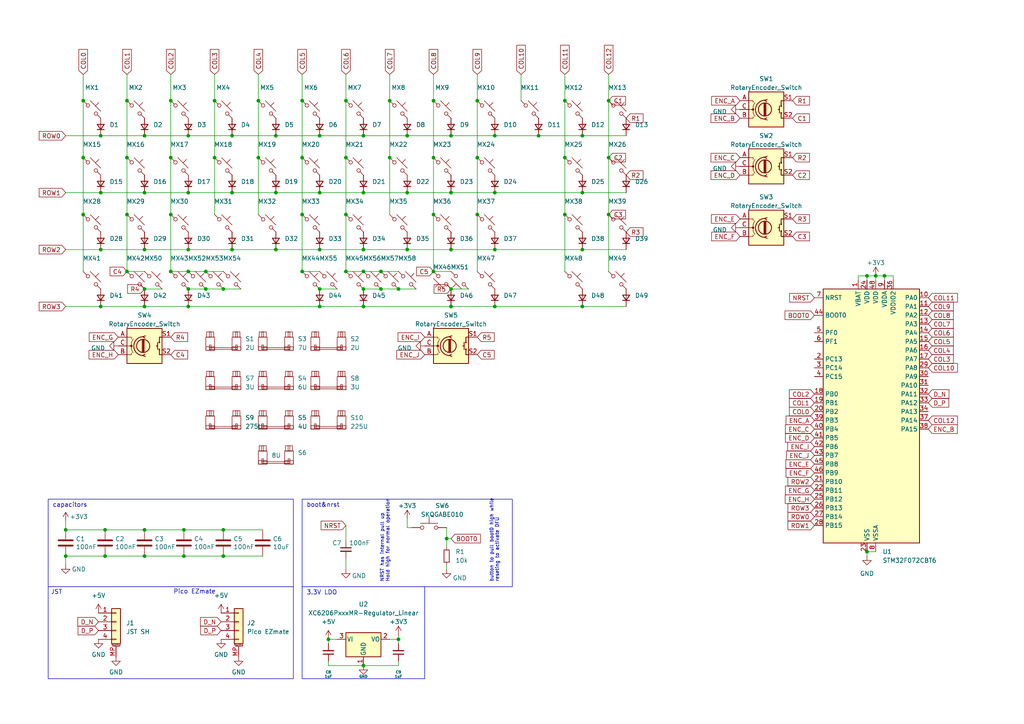
<source format=kicad_sch>
(kicad_sch (version 20230121) (generator eeschema)
  (paper "A4")
  (junction (at 54.61 55.88))
  (junction (at 105.41 39.37))
  (junction (at 130.81 72.39))
  (junction (at 24.13 29.21))
  (junction (at 130.81 88.9))
  (junction (at 74.93 29.21))
  (junction (at 105.41 88.9))
  (junction (at 100.33 45.72))
  (junction (at 176.53 62.23))
  (junction (at 36.83 62.23))
  (junction (at 41.91 161.29))
  (junction (at 105.41 55.88))
  (junction (at 80.01 55.88))
  (junction (at 130.81 83.82))
  (junction (at 143.51 55.88))
  (junction (at 36.83 45.72))
  (junction (at 143.51 72.39))
  (junction (at 138.43 45.72))
  (junction (at 41.91 72.39))
  (junction (at 100.33 78.74))
  (junction (at 138.43 29.21))
  (junction (at 54.61 72.39))
  (junction (at 125.73 62.23))
  (junction (at 54.61 78.74))
  (junction (at 118.11 72.39))
  (junction (at 256.54 80.01))
  (junction (at 118.11 39.37))
  (junction (at 30.48 161.29))
  (junction (at 92.71 55.88))
  (junction (at 251.46 160.02))
  (junction (at 105.41 72.39))
  (junction (at 67.31 39.37))
  (junction (at 129.54 156.21))
  (junction (at 143.51 39.37))
  (junction (at 143.51 88.9))
  (junction (at 110.49 78.74))
  (junction (at 64.77 83.82))
  (junction (at 176.53 45.72))
  (junction (at 41.91 83.82))
  (junction (at 125.73 78.74))
  (junction (at 156.21 39.37))
  (junction (at 251.46 80.01))
  (junction (at 163.83 62.23))
  (junction (at 62.23 29.21))
  (junction (at 54.61 88.9))
  (junction (at 105.41 193.04) (diameter 0.9144))
  (junction (at 54.61 83.82))
  (junction (at 125.73 45.72))
  (junction (at 254 80.01))
  (junction (at 29.21 72.39))
  (junction (at 36.83 78.74))
  (junction (at 41.91 153.67))
  (junction (at 92.71 88.9))
  (junction (at 113.03 45.72))
  (junction (at 53.34 153.67))
  (junction (at 41.91 55.88))
  (junction (at 92.71 72.39))
  (junction (at 67.31 55.88))
  (junction (at 168.91 39.37))
  (junction (at 59.69 83.82))
  (junction (at 64.77 153.67))
  (junction (at 41.91 39.37))
  (junction (at 80.01 72.39))
  (junction (at 49.53 29.21))
  (junction (at 87.63 45.72))
  (junction (at 168.91 55.88))
  (junction (at 115.57 185.42))
  (junction (at 87.63 29.21))
  (junction (at 49.53 62.23))
  (junction (at 62.23 45.72))
  (junction (at 24.13 45.72))
  (junction (at 168.91 72.39))
  (junction (at 115.57 83.82))
  (junction (at 54.61 39.37))
  (junction (at 95.25 185.42))
  (junction (at 168.91 88.9))
  (junction (at 24.13 62.23))
  (junction (at 19.05 161.29))
  (junction (at 105.41 78.74))
  (junction (at 19.05 153.67))
  (junction (at 113.03 29.21))
  (junction (at 100.33 29.21))
  (junction (at 118.11 55.88))
  (junction (at 130.81 55.88))
  (junction (at 125.73 29.21))
  (junction (at 138.43 62.23))
  (junction (at 87.63 62.23))
  (junction (at 29.21 88.9))
  (junction (at 163.83 29.21))
  (junction (at 176.53 29.21))
  (junction (at 100.33 62.23))
  (junction (at 29.21 55.88))
  (junction (at 110.49 83.82))
  (junction (at 74.93 45.72))
  (junction (at 163.83 45.72))
  (junction (at 59.69 78.74))
  (junction (at 30.48 153.67))
  (junction (at 64.77 161.29))
  (junction (at 130.81 39.37))
  (junction (at 87.63 78.74))
  (junction (at 49.53 78.74))
  (junction (at 80.01 39.37))
  (junction (at 49.53 45.72))
  (junction (at 67.31 72.39))
  (junction (at 92.71 39.37))
  (junction (at 92.71 83.82))
  (junction (at 53.34 161.29))
  (junction (at 41.91 88.9))
  (junction (at 36.83 29.21))
  (junction (at 105.41 83.82))
  (junction (at 29.21 39.37))
  (wire (pts (xy 41.91 72.39) (xy 54.61 72.39)))
  (wire (pts (xy 248.92 80.01) (xy 251.46 80.01)))
  (wire (pts (xy 251.46 161.29) (xy 251.46 160.02)))
  (wire (pts (xy 143.51 88.9) (xy 168.91 88.9)))
  (wire (pts (xy 256.54 80.01) (xy 256.54 81.28)))
  (wire (pts (xy 115.57 83.82) (xy 120.65 83.82)))
  (wire (pts (xy 54.61 83.82) (xy 59.69 83.82)))
  (wire (pts (xy 92.71 39.37) (xy 105.41 39.37)))
  (wire (pts (xy 105.41 78.74) (xy 110.49 78.74)))
  (wire (pts (xy 92.71 55.88) (xy 105.41 55.88)))
  (wire (pts (xy 36.83 45.72) (xy 36.83 62.23)))
  (wire (pts (xy 143.51 39.37) (xy 156.21 39.37)))
  (wire (pts (xy 259.08 80.01) (xy 259.08 81.28)))
  (wire (pts (xy 118.11 153.035) (xy 118.11 150.495)))
  (wire (pts (xy 143.51 55.88) (xy 168.91 55.88)))
  (wire (pts (xy 130.81 83.82) (xy 135.89 83.82)))
  (wire (pts (xy 251.46 80.01) (xy 251.46 81.28)))
  (wire (pts (xy 19.05 88.9) (xy 29.21 88.9)))
  (wire (pts (xy 110.49 78.74) (xy 115.57 78.74)))
  (wire (pts (xy 105.41 193.04) (xy 115.57 193.04)))
  (wire (pts (xy 29.21 72.39) (xy 41.91 72.39)))
  (wire (pts (xy 24.13 62.23) (xy 24.13 78.74)))
  (wire (pts (xy 105.41 72.39) (xy 118.11 72.39)))
  (wire (pts (xy 67.31 72.39) (xy 80.01 72.39)))
  (wire (pts (xy 256.54 80.01) (xy 254 80.01)))
  (wire (pts (xy 168.91 88.9) (xy 181.61 88.9)))
  (wire (pts (xy 105.41 39.37) (xy 118.11 39.37)))
  (wire (pts (xy 87.63 45.72) (xy 87.63 62.23)))
  (wire (pts (xy 53.34 153.67) (xy 64.77 153.67)))
  (wire (pts (xy 87.63 78.74) (xy 92.71 78.74)))
  (wire (pts (xy 129.54 156.21) (xy 130.81 156.21)))
  (wire (pts (xy 100.33 62.23) (xy 100.33 78.74)))
  (wire (pts (xy 125.73 45.72) (xy 125.73 62.23)))
  (wire (pts (xy 113.03 185.42) (xy 115.57 185.42)))
  (wire (pts (xy 100.33 21.59) (xy 100.33 29.21)))
  (wire (pts (xy 251.46 160.02) (xy 254 160.02)))
  (wire (pts (xy 67.31 39.37) (xy 80.01 39.37)))
  (wire (pts (xy 49.53 62.23) (xy 49.53 78.74)))
  (wire (pts (xy 49.53 45.72) (xy 49.53 62.23)))
  (wire (pts (xy 138.43 21.59) (xy 138.43 29.21)))
  (wire (pts (xy 54.61 55.88) (xy 67.31 55.88)))
  (wire (pts (xy 100.33 45.72) (xy 100.33 62.23)))
  (wire (pts (xy 41.91 39.37) (xy 54.61 39.37)))
  (wire (pts (xy 168.91 55.88) (xy 181.61 55.88)))
  (wire (pts (xy 125.73 21.59) (xy 125.73 29.21)))
  (wire (pts (xy 176.53 62.23) (xy 176.53 78.74)))
  (wire (pts (xy 248.92 80.01) (xy 248.92 81.28)))
  (wire (pts (xy 168.91 72.39) (xy 181.61 72.39)))
  (wire (pts (xy 129.54 153.035) (xy 129.54 156.21)))
  (wire (pts (xy 24.13 29.21) (xy 24.13 45.72)))
  (wire (pts (xy 163.83 29.21) (xy 163.83 45.72)))
  (wire (pts (xy 29.21 88.9) (xy 41.91 88.9)))
  (wire (pts (xy 80.01 39.37) (xy 92.71 39.37)))
  (wire (pts (xy 87.63 29.21) (xy 87.63 45.72)))
  (wire (pts (xy 19.05 39.37) (xy 29.21 39.37)))
  (wire (pts (xy 19.05 72.39) (xy 29.21 72.39)))
  (wire (pts (xy 53.34 161.29) (xy 64.77 161.29)))
  (wire (pts (xy 100.33 165.1) (xy 100.33 161.925)))
  (wire (pts (xy 62.23 21.59) (xy 62.23 29.21)))
  (wire (pts (xy 41.91 88.9) (xy 54.61 88.9)))
  (wire (pts (xy 151.13 21.59) (xy 151.13 29.21)))
  (wire (pts (xy 95.25 185.42) (xy 97.79 185.42)))
  (wire (pts (xy 80.01 55.88) (xy 92.71 55.88)))
  (wire (pts (xy 87.63 21.59) (xy 87.63 29.21)))
  (wire (pts (xy 119.38 153.035) (xy 118.11 153.035)))
  (wire (pts (xy 24.13 21.59) (xy 24.13 29.21)))
  (wire (pts (xy 130.81 72.39) (xy 143.51 72.39)))
  (wire (pts (xy 19.05 151.13) (xy 19.05 153.67)))
  (wire (pts (xy 41.91 161.29) (xy 53.34 161.29)))
  (wire (pts (xy 62.23 45.72) (xy 62.23 62.23)))
  (wire (pts (xy 254 80.01) (xy 254 81.28)))
  (wire (pts (xy 130.81 39.37) (xy 143.51 39.37)))
  (wire (pts (xy 129.54 156.21) (xy 129.54 158.75)))
  (wire (pts (xy 105.41 83.82) (xy 110.49 83.82)))
  (wire (pts (xy 105.41 55.88) (xy 118.11 55.88)))
  (wire (pts (xy 168.91 39.37) (xy 181.61 39.37)))
  (wire (pts (xy 129.54 163.83) (xy 129.54 165.1)))
  (wire (pts (xy 125.73 62.23) (xy 125.73 78.74)))
  (wire (pts (xy 49.53 78.74) (xy 54.61 78.74)))
  (wire (pts (xy 54.61 88.9) (xy 92.71 88.9)))
  (wire (pts (xy 54.61 72.39) (xy 67.31 72.39)))
  (wire (pts (xy 54.61 78.74) (xy 59.69 78.74)))
  (wire (pts (xy 256.54 80.01) (xy 259.08 80.01)))
  (wire (pts (xy 62.23 29.21) (xy 62.23 45.72)))
  (wire (pts (xy 92.71 88.9) (xy 105.41 88.9)))
  (wire (pts (xy 92.71 83.82) (xy 97.79 83.82)))
  (wire (pts (xy 95.25 191.77) (xy 95.25 193.04)))
  (wire (pts (xy 138.43 45.72) (xy 138.43 62.23)))
  (wire (pts (xy 176.53 45.72) (xy 176.53 62.23)))
  (wire (pts (xy 19.05 163.83) (xy 19.05 161.29)))
  (wire (pts (xy 143.51 72.39) (xy 168.91 72.39)))
  (wire (pts (xy 87.63 62.23) (xy 87.63 78.74)))
  (wire (pts (xy 41.91 83.82) (xy 46.99 83.82)))
  (wire (pts (xy 100.33 152.4) (xy 100.33 156.845)))
  (wire (pts (xy 36.83 78.74) (xy 41.91 78.74)))
  (wire (pts (xy 80.01 72.39) (xy 92.71 72.39)))
  (wire (pts (xy 118.11 39.37) (xy 130.81 39.37)))
  (wire (pts (xy 110.49 83.82) (xy 115.57 83.82)))
  (wire (pts (xy 138.43 29.21) (xy 138.43 45.72)))
  (wire (pts (xy 163.83 45.72) (xy 163.83 62.23)))
  (wire (pts (xy 49.53 21.59) (xy 49.53 29.21)))
  (wire (pts (xy 113.03 21.59) (xy 113.03 29.21)))
  (wire (pts (xy 54.61 39.37) (xy 67.31 39.37)))
  (wire (pts (xy 125.73 29.21) (xy 125.73 45.72)))
  (wire (pts (xy 176.53 21.59) (xy 176.53 29.21)))
  (wire (pts (xy 36.83 21.59) (xy 36.83 29.21)))
  (wire (pts (xy 36.83 29.21) (xy 36.83 45.72)))
  (wire (pts (xy 64.77 161.29) (xy 76.2 161.29)))
  (wire (pts (xy 30.48 161.29) (xy 41.91 161.29)))
  (wire (pts (xy 64.77 83.82) (xy 69.85 83.82)))
  (wire (pts (xy 138.43 62.23) (xy 138.43 78.74)))
  (wire (pts (xy 30.48 153.67) (xy 41.91 153.67)))
  (wire (pts (xy 100.33 29.21) (xy 100.33 45.72)))
  (wire (pts (xy 130.81 88.9) (xy 143.51 88.9)))
  (wire (pts (xy 251.46 80.01) (xy 254 80.01)))
  (wire (pts (xy 95.25 185.42) (xy 95.25 186.69)))
  (wire (pts (xy 59.69 78.74) (xy 64.77 78.74)))
  (wire (pts (xy 59.69 83.82) (xy 64.77 83.82)))
  (wire (pts (xy 118.11 72.39) (xy 130.81 72.39)))
  (wire (pts (xy 19.05 55.88) (xy 29.21 55.88)))
  (wire (pts (xy 29.21 39.37) (xy 41.91 39.37)))
  (wire (pts (xy 30.48 161.29) (xy 19.05 161.29)))
  (wire (pts (xy 125.73 78.74) (xy 130.81 78.74)))
  (wire (pts (xy 92.71 72.39) (xy 105.41 72.39)))
  (wire (pts (xy 100.33 78.74) (xy 105.41 78.74)))
  (wire (pts (xy 36.83 62.23) (xy 36.83 78.74)))
  (wire (pts (xy 74.93 45.72) (xy 74.93 62.23)))
  (wire (pts (xy 163.83 62.23) (xy 163.83 78.74)))
  (wire (pts (xy 105.41 193.04) (xy 95.25 193.04)))
  (wire (pts (xy 113.03 45.72) (xy 113.03 62.23)))
  (wire (pts (xy 64.77 153.67) (xy 76.2 153.67)))
  (wire (pts (xy 30.48 153.67) (xy 19.05 153.67)))
  (wire (pts (xy 176.53 29.21) (xy 176.53 45.72)))
  (wire (pts (xy 118.11 55.88) (xy 130.81 55.88)))
  (wire (pts (xy 74.93 21.59) (xy 74.93 29.21)))
  (wire (pts (xy 115.57 184.15) (xy 115.57 185.42)))
  (wire (pts (xy 24.13 45.72) (xy 24.13 62.23)))
  (wire (pts (xy 74.93 29.21) (xy 74.93 45.72)))
  (wire (pts (xy 115.57 185.42) (xy 115.57 186.69)))
  (wire (pts (xy 49.53 29.21) (xy 49.53 45.72)))
  (wire (pts (xy 29.21 55.88) (xy 41.91 55.88)))
  (wire (pts (xy 130.81 55.88) (xy 143.51 55.88)))
  (wire (pts (xy 113.03 29.21) (xy 113.03 45.72)))
  (wire (pts (xy 41.91 55.88) (xy 54.61 55.88)))
  (wire (pts (xy 67.31 55.88) (xy 80.01 55.88)))
  (wire (pts (xy 41.91 153.67) (xy 53.34 153.67)))
  (wire (pts (xy 163.83 21.59) (xy 163.83 29.21)))
  (wire (pts (xy 156.21 39.37) (xy 168.91 39.37)))
  (wire (pts (xy 105.41 88.9) (xy 130.81 88.9)))
  (wire (pts (xy 115.57 191.77) (xy 115.57 193.04)))
  (rectangle (start 87.63 144.78) (end 148.59 170.18))
  (rectangle (start 13.97 144.78) (end 85.09 170.18))
  (rectangle (start 87.63 170.18) (end 123.19 196.85))
  (rectangle (start 13.97 170.18) (end 85.09 196.85))
  (text "JST" (at 14.732 172.593 0) (effects (font (size 1.27 1.27)) (justify left bottom)))
  (text "Pico EZmate" (at 50.292 172.466 0) (effects (font (size 1.27 1.27)) (justify left bottom)))
  (text "NRST has internal pull up\nHold high for normal operation" (at 113.03 168.91 90) (effects (font (size 1 1)) (justify left bottom)))
  (text "3.3V LDO" (at 88.9 172.72 0) (effects (font (size 1.27 1.27)) (justify left bottom)))
  (text "capacitors" (at 15.24 147.32 0) (effects (font (size 1.27 1.27)) (justify left bottom)))
  (text "button to pull boot0 high while \nreseting to activate DFU" (at 144.78 168.91 90) (effects (font (size 1 1)) (justify left bottom)))
  (text "boot&nrst" (at 88.9 147.32 0) (effects (font (size 1.27 1.27)) (justify left bottom)))
  (global_label "BOOT0" (shape input) (at 130.81 156.21 0) (property "Intersheetrefs" "${INTERSHEET_REFS}" (effects hide)))
  (global_label "ENC_A" (shape input) (at 236.22 121.92 180) (property "Intersheetrefs" "${INTERSHEET_REFS}" (effects hide)))
  (global_label "ENC_G" (shape input) (at 34.29 97.79 180) (property "Intersheetrefs" "${INTERSHEET_REFS}" (effects hide)))
  (global_label "ENC_F" (shape input) (at 214.63 68.58 180) (property "Intersheetrefs" "${INTERSHEET_REFS}" (effects hide)))
  (global_label "ENC_B" (shape input) (at 214.63 34.29 180) (property "Intersheetrefs" "${INTERSHEET_REFS}" (effects hide)))
  (global_label "C5" (shape input) (at 138.43 102.87 0) (property "Intersheetrefs" "${INTERSHEET_REFS}" (effects hide)))
  (global_label "ENC_F" (shape input) (at 236.22 137.16 180) (property "Intersheetrefs" "${INTERSHEET_REFS}" (effects hide)))
  (global_label "C2" (shape input) (at 176.53 45.72 0) (property "Intersheetrefs" "${INTERSHEET_REFS}" (effects hide)))
  (global_label "COL8" (shape input) (at 269.24 91.44 0) (property "Intersheetrefs" "${INTERSHEET_REFS}" (effects hide)))
  (global_label "ENC_G" (shape input) (at 236.22 142.24 180) (property "Intersheetrefs" "${INTERSHEET_REFS}" (effects hide)))
  (global_label "C5" (shape input) (at 125.73 78.74 180) (property "Intersheetrefs" "${INTERSHEET_REFS}" (effects hide)))
  (global_label "R1" (shape input) (at 181.61 34.29 0) (property "Intersheetrefs" "${INTERSHEET_REFS}" (effects hide)))
  (global_label "COL1" (shape input) (at 36.83 21.59 90) (property "Intersheetrefs" "${INTERSHEET_REFS}" (effects hide)))
  (global_label "ENC_I" (shape input) (at 123.19 97.79 180) (property "Intersheetrefs" "${INTERSHEET_REFS}" (effects hide)))
  (global_label "COL6" (shape input) (at 269.24 96.52 0) (property "Intersheetrefs" "${INTERSHEET_REFS}" (effects hide)))
  (global_label "ENC_C" (shape input) (at 214.63 45.72 180) (property "Intersheetrefs" "${INTERSHEET_REFS}" (effects hide)))
  (global_label "ENC_D" (shape input) (at 214.63 50.8 180) (property "Intersheetrefs" "${INTERSHEET_REFS}" (effects hide)))
  (global_label "COL9" (shape input) (at 269.24 88.9 0) (property "Intersheetrefs" "${INTERSHEET_REFS}" (effects hide)))
  (global_label "COL5" (shape input) (at 269.24 99.06 0) (property "Intersheetrefs" "${INTERSHEET_REFS}" (effects hide)))
  (global_label "ENC_D" (shape input) (at 236.22 127 180) (property "Intersheetrefs" "${INTERSHEET_REFS}" (effects hide)))
  (global_label "D_P" (shape input) (at 64.135 182.88 180) (property "Intersheetrefs" "${INTERSHEET_REFS}" (effects hide)))
  (global_label "COL7" (shape input) (at 113.03 21.59 90) (property "Intersheetrefs" "${INTERSHEET_REFS}" (effects hide)))
  (global_label "NRST" (shape input) (at 100.33 152.4 180) (property "Intersheetrefs" "${INTERSHEET_REFS}" (effects hide)))
  (global_label "COL2" (shape input) (at 49.53 21.59 90) (property "Intersheetrefs" "${INTERSHEET_REFS}" (effects hide)))
  (global_label "R5" (shape input) (at 130.81 83.82 180) (property "Intersheetrefs" "${INTERSHEET_REFS}" (effects hide)))
  (global_label "C3" (shape input) (at 229.87 68.58 0) (property "Intersheetrefs" "${INTERSHEET_REFS}" (effects hide)))
  (global_label "ENC_C" (shape input) (at 236.22 124.46 180) (property "Intersheetrefs" "${INTERSHEET_REFS}" (effects hide)))
  (global_label "COL0" (shape input) (at 24.13 21.59 90) (property "Intersheetrefs" "${INTERSHEET_REFS}" (effects hide)))
  (global_label "R5" (shape input) (at 138.43 97.79 0) (property "Intersheetrefs" "${INTERSHEET_REFS}" (effects hide)))
  (global_label "ENC_H" (shape input) (at 236.22 144.78 180) (property "Intersheetrefs" "${INTERSHEET_REFS}" (effects hide)))
  (global_label "ROW3" (shape input) (at 236.22 147.32 180) (property "Intersheetrefs" "${INTERSHEET_REFS}" (effects hide)))
  (global_label "ROW1" (shape input) (at 19.05 55.88 180) (property "Intersheetrefs" "${INTERSHEET_REFS}" (effects hide)))
  (global_label "COL8" (shape input) (at 125.73 21.59 90) (property "Intersheetrefs" "${INTERSHEET_REFS}" (effects hide)))
  (global_label "COL9" (shape input) (at 138.43 21.59 90) (property "Intersheetrefs" "${INTERSHEET_REFS}" (effects hide)))
  (global_label "ROW0" (shape input) (at 19.05 39.37 180) (property "Intersheetrefs" "${INTERSHEET_REFS}" (effects hide)))
  (global_label "COL11" (shape input) (at 269.24 86.36 0) (property "Intersheetrefs" "${INTERSHEET_REFS}" (effects hide)))
  (global_label "COL4" (shape input) (at 269.24 101.6 0) (property "Intersheetrefs" "${INTERSHEET_REFS}" (effects hide)))
  (global_label "C1" (shape input) (at 176.53 29.21 0) (property "Intersheetrefs" "${INTERSHEET_REFS}" (effects hide)))
  (global_label "COL0" (shape input) (at 236.22 119.38 180) (property "Intersheetrefs" "${INTERSHEET_REFS}" (effects hide)))
  (global_label "C3" (shape input) (at 176.53 62.23 0) (property "Intersheetrefs" "${INTERSHEET_REFS}" (effects hide)))
  (global_label "COL3" (shape input) (at 62.23 21.59 90) (property "Intersheetrefs" "${INTERSHEET_REFS}" (effects hide)))
  (global_label "ROW3" (shape input) (at 19.05 88.9 180) (property "Intersheetrefs" "${INTERSHEET_REFS}" (effects hide)))
  (global_label "C4" (shape input) (at 36.83 78.74 180) (property "Intersheetrefs" "${INTERSHEET_REFS}" (effects hide)))
  (global_label "ROW0" (shape input) (at 236.22 149.86 180) (property "Intersheetrefs" "${INTERSHEET_REFS}" (effects hide)))
  (global_label "C4" (shape input) (at 49.53 102.87 0) (property "Intersheetrefs" "${INTERSHEET_REFS}" (effects hide)))
  (global_label "COL3" (shape input) (at 269.24 104.14 0) (property "Intersheetrefs" "${INTERSHEET_REFS}" (effects hide)))
  (global_label "COL7" (shape input) (at 269.24 93.98 0) (property "Intersheetrefs" "${INTERSHEET_REFS}" (effects hide)))
  (global_label "COL2" (shape input) (at 236.22 114.3 180) (property "Intersheetrefs" "${INTERSHEET_REFS}" (effects hide)))
  (global_label "ENC_E" (shape input) (at 214.63 63.5 180) (property "Intersheetrefs" "${INTERSHEET_REFS}" (effects hide)))
  (global_label "COL10" (shape input) (at 151.13 21.59 90) (property "Intersheetrefs" "${INTERSHEET_REFS}" (effects hide)))
  (global_label "ENC_I" (shape input) (at 236.22 129.54 180) (property "Intersheetrefs" "${INTERSHEET_REFS}" (effects hide)))
  (global_label "C1" (shape input) (at 229.87 34.29 0) (property "Intersheetrefs" "${INTERSHEET_REFS}" (effects hide)))
  (global_label "COL12" (shape input) (at 176.53 21.59 90) (property "Intersheetrefs" "${INTERSHEET_REFS}" (effects hide)))
  (global_label "R4" (shape input) (at 41.91 83.82 180) (property "Intersheetrefs" "${INTERSHEET_REFS}" (effects hide)))
  (global_label "COL10" (shape input) (at 269.24 106.68 0) (property "Intersheetrefs" "${INTERSHEET_REFS}" (effects hide)))
  (global_label "ROW2" (shape input) (at 236.22 139.7 180) (property "Intersheetrefs" "${INTERSHEET_REFS}" (effects hide)))
  (global_label "ROW1" (shape input) (at 236.22 152.4 180) (property "Intersheetrefs" "${INTERSHEET_REFS}" (effects hide)))
  (global_label "ENC_A" (shape input) (at 214.63 29.21 180) (property "Intersheetrefs" "${INTERSHEET_REFS}" (effects hide)))
  (global_label "D_N" (shape input) (at 64.135 180.34 180) (property "Intersheetrefs" "${INTERSHEET_REFS}" (effects hide)))
  (global_label "NRST" (shape input) (at 236.22 86.36 180) (property "Intersheetrefs" "${INTERSHEET_REFS}" (effects hide)))
  (global_label "R4" (shape input) (at 49.53 97.79 0) (property "Intersheetrefs" "${INTERSHEET_REFS}" (effects hide)))
  (global_label "COL11" (shape input) (at 163.83 21.59 90) (property "Intersheetrefs" "${INTERSHEET_REFS}" (effects hide)))
  (global_label "R2" (shape input) (at 229.87 45.72 0) (property "Intersheetrefs" "${INTERSHEET_REFS}" (effects hide)))
  (global_label "COL4" (shape input) (at 74.93 21.59 90) (property "Intersheetrefs" "${INTERSHEET_REFS}" (effects hide)))
  (global_label "ENC_H" (shape input) (at 34.29 102.87 180) (property "Intersheetrefs" "${INTERSHEET_REFS}" (effects hide)))
  (global_label "COL5" (shape input) (at 87.63 21.59 90) (property "Intersheetrefs" "${INTERSHEET_REFS}" (effects hide)))
  (global_label "ENC_E" (shape input) (at 236.22 134.62 180) (property "Intersheetrefs" "${INTERSHEET_REFS}" (effects hide)))
  (global_label "C2" (shape input) (at 229.87 50.8 0) (property "Intersheetrefs" "${INTERSHEET_REFS}" (effects hide)))
  (global_label "R3" (shape input) (at 229.87 63.5 0) (property "Intersheetrefs" "${INTERSHEET_REFS}" (effects hide)))
  (global_label "COL6" (shape input) (at 100.33 21.59 90) (property "Intersheetrefs" "${INTERSHEET_REFS}" (effects hide)))
  (global_label "ENC_J" (shape input) (at 123.19 102.87 180) (property "Intersheetrefs" "${INTERSHEET_REFS}" (effects hide)))
  (global_label "R3" (shape input) (at 181.61 67.31 0) (property "Intersheetrefs" "${INTERSHEET_REFS}" (effects hide)))
  (global_label "D_P" (shape input) (at 269.24 116.84 0) (property "Intersheetrefs" "${INTERSHEET_REFS}" (effects hide)))
  (global_label "COL1" (shape input) (at 236.22 116.84 180) (property "Intersheetrefs" "${INTERSHEET_REFS}" (effects hide)))
  (global_label "R2" (shape input) (at 181.61 50.8 0) (property "Intersheetrefs" "${INTERSHEET_REFS}" (effects hide)))
  (global_label "BOOT0" (shape input) (at 236.22 91.44 180) (property "Intersheetrefs" "${INTERSHEET_REFS}" (effects hide)))
  (global_label "COL12" (shape input) (at 269.24 121.92 0) (property "Intersheetrefs" "${INTERSHEET_REFS}" (effects hide)))
  (global_label "ENC_B" (shape input) (at 269.24 124.46 0) (property "Intersheetrefs" "${INTERSHEET_REFS}" (effects hide)))
  (global_label "R1" (shape input) (at 229.87 29.21 0) (property "Intersheetrefs" "${INTERSHEET_REFS}" (effects hide)))
  (global_label "ROW2" (shape input) (at 19.05 72.39 180) (property "Intersheetrefs" "${INTERSHEET_REFS}" (effects hide)))
  (global_label "D_N" (shape input) (at 269.24 114.3 0) (property "Intersheetrefs" "${INTERSHEET_REFS}" (effects hide)))
  (global_label "D_N" (shape input) (at 28.575 180.34 180) (property "Intersheetrefs" "${INTERSHEET_REFS}" (effects hide)))
  (global_label "ENC_J" (shape input) (at 236.22 132.08 180) (property "Intersheetrefs" "${INTERSHEET_REFS}" (effects hide)))
  (global_label "D_P" (shape input) (at 28.575 182.88 180) (property "Intersheetrefs" "${INTERSHEET_REFS}" (effects hide)))
  (symbol (lib_id "Device:D_Small") (at 181.61 36.83 90) (unit 1)
    (property "Reference" "D13" (at 184.15 36.195 90) (effects (justify right)))
    (property "Value" "D_Small" (effects hide))
    (property "Footprint" "Diode_SMD:D_SOD-123F" (effects hide))
    (property "Sim.Device" "D" (effects hide))
    (property "Sim.Pins" "1=K 2=A" (effects hide))
  )
  (symbol (lib_id "PCM_marbastlib-mx:MX_SW_solder") (at 115.57 31.75 0) (unit 1)
    (property "Reference" "MX8" (at 115.57 25.4 0))
    (property "Value" "MX_SW_solder" (effects hide))
    (property "Footprint" "PCM_marbastlib-mx:SW_MX_1u" (effects hide))
  )
  (symbol (lib_id "PCM_marbastlib-mx:MX_SW_solder") (at 90.17 31.75 0) (unit 1)
    (property "Reference" "MX6" (at 90.17 25.4 0))
    (property "Value" "MX_SW_solder" (effects hide))
    (property "Footprint" "PCM_marbastlib-mx:SW_MX_1u" (effects hide))
  )
  (symbol (lib_id "PCM_marbastlib-mx:MX_SW_solder") (at 90.17 48.26 0) (unit 1)
    (property "Reference" "MX20" (at 90.17 41.91 0))
    (property "Value" "MX_SW_solder" (effects hide))
    (property "Footprint" "PCM_marbastlib-mx:SW_MX_1u" (effects hide))
  )
  (symbol (lib_id "power:+5V") (at 64.135 177.8 0) (unit 1)
    (property "Reference" "#PWR017" (effects hide))
    (property "Value" "+5V" (at 64.135 172.72 0))
  )
  (symbol (lib_id "Device:D_Small") (at 130.81 86.36 90) (unit 1)
    (property "Reference" "D46" (at 133.35 85.725 90) (effects (justify right)))
    (property "Value" "D_Small" (effects hide))
    (property "Footprint" "Diode_SMD:D_SOD-123F" (effects hide))
    (property "Sim.Device" "D" (effects hide))
    (property "Sim.Pins" "1=K 2=A" (effects hide))
  )
  (symbol (lib_id "PCM_marbastlib-mx:MX_SW_solder") (at 95.25 81.28 0) (unit 1)
    (property "Reference" "MX55" (at 95.25 74.93 0))
    (property "Value" "MX_SW_solder" (effects hide))
    (property "Footprint" "PCM_marbastlib-mx:SW_MX_1u" (effects hide))
  )
  (symbol (lib_id "PCM_marbastlib-mx:MX_SW_solder") (at 77.47 48.26 0) (unit 1)
    (property "Reference" "MX19" (at 77.47 41.91 0))
    (property "Value" "MX_SW_solder" (effects hide))
    (property "Footprint" "PCM_marbastlib-mx:SW_MX_1u" (effects hide))
  )
  (symbol (lib_id "PCM_marbastlib-mx:MX_SW_solder") (at 153.67 31.75 0) (unit 1)
    (property "Reference" "MX11" (at 153.67 25.4 0))
    (property "Value" "MX_SW_solder" (effects hide))
    (property "Footprint" "PCM_marbastlib-mx:SW_MX_1u" (effects hide))
  )
  (symbol (lib_id "power:+5V") (at 95.25 185.42 0) (unit 1)
    (property "Reference" "#PWR014" (effects hide))
    (property "Value" "+5V" (at 95.25 180.34 0))
  )
  (symbol (lib_id "power:GND") (at 214.63 48.26 270) (unit 1)
    (property "Reference" "#PWR02" (effects hide))
    (property "Value" "GND" (at 210.82 48.895 90) (effects (justify right)))
  )
  (symbol (lib_id "PCM_marbastlib-mx:MX_stab") (at 64.77 110.49 0) (unit 1)
    (property "Reference" "S7" (at 71.12 109.728 0) (effects (justify left)))
    (property "Value" "3U" (at 71.12 112.268 0) (effects (justify left)))
    (property "Footprint" "PCM_marbastlib-mx:STAB_MX_P_3u" (effects hide))
  )
  (symbol (lib_id "Device:RotaryEncoder_Switch") (at 222.25 66.04 0) (unit 1)
    (property "Reference" "SW3" (at 222.25 57.15 0))
    (property "Value" "RotaryEncoder_Switch" (at 222.25 59.69 0))
    (property "Footprint" "PCM_marbastlib-various:ROT_Alps_EC11E-Switch" (effects hide))
  )
  (symbol (lib_id "PCM_marbastlib-mx:MX_stab") (at 95.25 121.92 0) (unit 1)
    (property "Reference" "S10" (at 101.6 121.158 0) (effects (justify left)))
    (property "Value" "225U" (at 101.6 123.698 0) (effects (justify left)))
    (property "Footprint" "PCM_marbastlib-mx:STAB_MX_P_2.25u" (effects hide))
  )
  (symbol (lib_id "PCM_marbastlib-mx:MX_SW_solder") (at 128.27 81.28 180) (unit 1)
    (property "Reference" "MX46" (at 128.27 77.47 0))
    (property "Value" "MX_SW_solder" (effects hide))
    (property "Footprint" "PCM_marbastlib-mx:SW_MX_1.5u" (effects hide))
  )
  (symbol (lib_id "Device:D_Small") (at 41.91 53.34 90) (unit 1)
    (property "Reference" "D16" (at 44.45 52.705 90) (effects (justify right)))
    (property "Value" "D_Small" (effects hide))
    (property "Footprint" "Diode_SMD:D_SOD-123F" (effects hide))
    (property "Sim.Device" "D" (effects hide))
    (property "Sim.Pins" "1=K 2=A" (effects hide))
  )
  (symbol (lib_id "Device:C") (at 41.91 157.48 0) (unit 1)
    (property "Reference" "C3" (at 44.831 156.3116 0) (effects (justify left)))
    (property "Value" "100nF" (at 44.831 158.623 0) (effects (justify left)))
    (property "Footprint" "Capacitor_SMD:C_0402_1005Metric" (effects hide))
    (property "LCSC" "C307331" (effects hide))
  )
  (symbol (lib_id "Device:D_Small") (at 181.61 53.34 90) (unit 1)
    (property "Reference" "D26" (at 184.15 52.705 90) (effects (justify right)))
    (property "Value" "D_Small" (effects hide))
    (property "Footprint" "Diode_SMD:D_SOD-123F" (effects hide))
    (property "Sim.Device" "D" (effects hide))
    (property "Sim.Pins" "1=K 2=A" (effects hide))
  )
  (symbol (lib_id "PCM_marbastlib-mx:MX_SW_solder") (at 39.37 64.77 0) (unit 1)
    (property "Reference" "MX29" (at 39.37 58.42 0))
    (property "Value" "MX_SW_solder" (effects hide))
    (property "Footprint" "PCM_marbastlib-mx:SW_MX_1u" (effects hide))
  )
  (symbol (lib_id "Device:D_Small") (at 92.71 69.85 90) (unit 1)
    (property "Reference" "D33" (at 95.25 69.215 90) (effects (justify right)))
    (property "Value" "D_Small" (effects hide))
    (property "Footprint" "Diode_SMD:D_SOD-123F" (effects hide))
    (property "Sim.Device" "D" (effects hide))
    (property "Sim.Pins" "1=K 2=A" (effects hide))
  )
  (symbol (lib_id "power:+3V3") (at 118.11 150.495 0) (mirror y) (unit 1)
    (property "Reference" "#PWR010" (effects hide))
    (property "Value" "+3V3" (at 118.11 146.685 0))
  )
  (symbol (lib_id "PCM_marbastlib-mx:MX_SW_solder") (at 90.17 81.28 0) (unit 1)
    (property "Reference" "MX44" (at 90.17 74.93 0))
    (property "Value" "MX_SW_solder" (effects hide))
    (property "Footprint" "PCM_marbastlib-mx:SW_MX_1u" (effects hide))
  )
  (symbol (lib_id "PCM_marbastlib-mx:MX_SW_solder") (at 166.37 64.77 0) (unit 1)
    (property "Reference" "MX38" (at 166.37 58.42 0))
    (property "Value" "MX_SW_solder" (effects hide))
    (property "Footprint" "PCM_marbastlib-mx:SW_MX_1u" (effects hide))
  )
  (symbol (lib_id "PCM_marbastlib-mx:MX_SW_solder") (at 140.97 48.26 0) (unit 1)
    (property "Reference" "MX24" (at 140.97 41.91 0))
    (property "Value" "MX_SW_solder" (effects hide))
    (property "Footprint" "PCM_marbastlib-mx:SW_MX_1u" (effects hide))
  )
  (symbol (lib_id "PCM_marbastlib-mx:MX_SW_solder") (at 128.27 31.75 0) (unit 1)
    (property "Reference" "MX9" (at 128.27 25.4 0))
    (property "Value" "MX_SW_solder" (effects hide))
    (property "Footprint" "PCM_marbastlib-mx:SW_MX_1u" (effects hide))
  )
  (symbol (lib_id "Device:D_Small") (at 168.91 69.85 90) (unit 1)
    (property "Reference" "D38" (at 171.45 69.215 90) (effects (justify right)))
    (property "Value" "D_Small" (effects hide))
    (property "Footprint" "Diode_SMD:D_SOD-123F" (effects hide))
    (property "Sim.Device" "D" (effects hide))
    (property "Sim.Pins" "1=K 2=A" (effects hide))
  )
  (symbol (lib_id "Switch:SW_Push") (at 124.46 153.035 0) (unit 1)
    (property "Reference" "SW6" (at 128.27 146.685 0))
    (property "Value" "SKQGABE010" (at 128.27 149.225 0))
    (property "Footprint" "PCM_marbastlib-various:SW_SPST_SKQG_WithStem" (effects hide))
    (property "LCSC" "C115351" (effects hide))
  )
  (symbol (lib_id "power:GND") (at 19.05 163.83 0) (unit 1)
    (property "Reference" "#PWR09" (effects hide))
    (property "Value" "GND" (at 22.86 165.1 0))
  )
  (symbol (lib_id "power:+3V3") (at 115.57 184.15 0) (unit 1)
    (property "Reference" "#PWR013" (effects hide))
    (property "Value" "+3V3" (at 115.57 180.34 0))
  )
  (symbol (lib_id "power:GND") (at 129.54 165.1 0) (unit 1)
    (property "Reference" "#PWR011" (effects hide))
    (property "Value" "GND" (at 133.35 167.64 0))
  )
  (symbol (lib_id "PCM_marbastlib-mx:MX_stab") (at 64.77 99.06 0) (unit 1)
    (property "Reference" "S1" (at 71.12 98.298 0) (effects (justify left)))
    (property "Value" "2U" (at 71.12 100.838 0) (effects (justify left)))
    (property "Footprint" "PCM_marbastlib-mx:STAB_MX_P_2u" (effects hide))
  )
  (symbol (lib_id "Device:D_Small") (at 41.91 69.85 90) (unit 1)
    (property "Reference" "D29" (at 44.45 69.215 90) (effects (justify right)))
    (property "Value" "D_Small" (effects hide))
    (property "Footprint" "Diode_SMD:D_SOD-123F" (effects hide))
    (property "Sim.Device" "D" (effects hide))
    (property "Sim.Pins" "1=K 2=A" (effects hide))
  )
  (symbol (lib_id "PCM_marbastlib-mx:MX_SW_solder") (at 67.31 81.28 0) (unit 1)
    (property "Reference" "MX54" (at 67.31 74.93 0))
    (property "Value" "MX_SW_solder" (effects hide))
    (property "Footprint" "PCM_marbastlib-mx:SW_MX_1u" (effects hide))
  )
  (symbol (lib_id "Device:D_Small") (at 118.11 53.34 90) (unit 1)
    (property "Reference" "D22" (at 120.65 52.705 90) (effects (justify right)))
    (property "Value" "D_Small" (effects hide))
    (property "Footprint" "Diode_SMD:D_SOD-123F" (effects hide))
    (property "Sim.Device" "D" (effects hide))
    (property "Sim.Pins" "1=K 2=A" (effects hide))
  )
  (symbol (lib_id "PCM_marbastlib-mx:MX_SW_solder") (at 115.57 64.77 0) (unit 1)
    (property "Reference" "MX35" (at 115.57 58.42 0))
    (property "Value" "MX_SW_solder" (effects hide))
    (property "Footprint" "PCM_marbastlib-mx:SW_MX_1u" (effects hide))
  )
  (symbol (lib_id "Connector_Generic_MountingPin:Conn_01x04_MountingPin") (at 33.655 180.34 0) (unit 1)
    (property "Reference" "J1" (at 36.576 180.6955 0) (effects (justify left)))
    (property "Value" "JST SH" (at 36.576 183.2355 0) (effects (justify left)))
    (property "Footprint" "Connector_JST:JST_SH_SM04B-SRSS-TB_1x04-1MP_P1.00mm_Horizontal" (effects hide))
  )
  (symbol (lib_id "Device:D_Small") (at 156.21 36.83 90) (unit 1)
    (property "Reference" "D11" (at 158.75 36.195 90) (effects (justify right)))
    (property "Value" "D_Small" (effects hide))
    (property "Footprint" "Diode_SMD:D_SOD-123F" (effects hide))
    (property "Sim.Device" "D" (effects hide))
    (property "Sim.Pins" "1=K 2=A" (effects hide))
  )
  (symbol (lib_id "Device:D_Small") (at 41.91 86.36 90) (unit 1)
    (property "Reference" "D42" (at 44.45 85.725 90) (effects (justify right)))
    (property "Value" "D_Small" (effects hide))
    (property "Footprint" "Diode_SMD:D_SOD-123F" (effects hide))
    (property "Sim.Device" "D" (effects hide))
    (property "Sim.Pins" "1=K 2=A" (effects hide))
  )
  (symbol (lib_id "Device:D_Small") (at 54.61 36.83 90) (unit 1)
    (property "Reference" "D3" (at 57.15 36.195 90) (effects (justify right)))
    (property "Value" "D_Small" (effects hide))
    (property "Footprint" "Diode_SMD:D_SOD-123F" (effects hide))
    (property "Sim.Device" "D" (effects hide))
    (property "Sim.Pins" "1=K 2=A" (effects hide))
  )
  (symbol (lib_id "PCM_marbastlib-mx:MX_SW_solder") (at 64.77 31.75 0) (unit 1)
    (property "Reference" "MX4" (at 64.77 25.4 0))
    (property "Value" "MX_SW_solder" (effects hide))
    (property "Footprint" "PCM_marbastlib-mx:SW_MX_1u" (effects hide))
  )
  (symbol (lib_id "power:GND") (at 214.63 31.75 270) (unit 1)
    (property "Reference" "#PWR01" (effects hide))
    (property "Value" "GND" (at 210.82 32.385 90) (effects (justify right)))
  )
  (symbol (lib_id "PCM_marbastlib-mx:MX_SW_solder") (at 179.07 48.26 0) (unit 1)
    (property "Reference" "MX26" (at 179.07 41.91 0))
    (property "Value" "MX_SW_solder" (effects hide))
    (property "Footprint" "PCM_marbastlib-mx:SW_MX_1u" (effects hide))
  )
  (symbol (lib_id "PCM_marbastlib-mx:MX_SW_solder") (at 115.57 48.26 0) (unit 1)
    (property "Reference" "MX22" (at 115.57 41.91 0))
    (property "Value" "MX_SW_solder" (effects hide))
    (property "Footprint" "PCM_marbastlib-mx:SW_MX_1u" (effects hide))
  )
  (symbol (lib_id "PCM_marbastlib-mx:MX_stab") (at 64.77 121.92 0) (unit 1)
    (property "Reference" "S9" (at 71.12 121.158 0) (effects (justify left)))
    (property "Value" "275U" (at 71.12 123.698 0) (effects (justify left)))
    (property "Footprint" "PCM_marbastlib-mx:STAB_MX_P_2.75u" (effects hide))
  )
  (symbol (lib_id "Device:D_Small") (at 143.51 69.85 90) (unit 1)
    (property "Reference" "D37" (at 146.05 69.215 90) (effects (justify right)))
    (property "Value" "D_Small" (effects hide))
    (property "Footprint" "Diode_SMD:D_SOD-123F" (effects hide))
    (property "Sim.Device" "D" (effects hide))
    (property "Sim.Pins" "1=K 2=A" (effects hide))
  )
  (symbol (lib_id "PCM_marbastlib-mx:MX_SW_solder") (at 128.27 64.77 0) (unit 1)
    (property "Reference" "MX36" (at 128.27 58.42 0))
    (property "Value" "MX_SW_solder" (effects hide))
    (property "Footprint" "PCM_marbastlib-mx:SW_MX_1u" (effects hide))
  )
  (symbol (lib_id "power:GND") (at 105.41 193.04 0) (unit 1)
    (property "Reference" "#PWR015" (effects hide))
    (property "Value" "GND" (at 105.41 196.215 0) (effects (font (size 0.762 0.762))))
  )
  (symbol (lib_id "Device:RotaryEncoder_Switch") (at 41.91 100.33 0) (unit 1)
    (property "Reference" "SW4" (at 41.91 91.44 0))
    (property "Value" "RotaryEncoder_Switch" (at 41.91 93.98 0))
    (property "Footprint" "PCM_marbastlib-various:ROT_Alps_EC11E-Switch" (effects hide))
  )
  (symbol (lib_id "Device:C") (at 30.48 157.48 0) (unit 1)
    (property "Reference" "C2" (at 33.401 156.3116 0) (effects (justify left)))
    (property "Value" "100nF" (at 33.401 158.623 0) (effects (justify left)))
    (property "Footprint" "Capacitor_SMD:C_0402_1005Metric" (effects hide))
    (property "LCSC" "C307331" (effects hide))
  )
  (symbol (lib_id "PCM_marbastlib-mx:MX_SW_solder") (at 39.37 81.28 0) (unit 1)
    (property "Reference" "MX42" (at 39.37 74.93 0))
    (property "Value" "MX_SW_solder" (effects hide))
    (property "Footprint" "PCM_marbastlib-mx:SW_MX_1.5u" (effects hide))
  )
  (symbol (lib_id "PCM_marbastlib-mx:MX_SW_solder") (at 140.97 31.75 0) (unit 1)
    (property "Reference" "MX10" (at 140.97 25.4 0))
    (property "Value" "MX_SW_solder" (effects hide))
    (property "Footprint" "PCM_marbastlib-mx:SW_MX_1u" (effects hide))
  )
  (symbol (lib_id "Device:C") (at 76.2 157.48 0) (unit 1)
    (property "Reference" "C6" (at 79.121 156.3116 0) (effects (justify left)))
    (property "Value" "10uF" (at 79.121 158.623 0) (effects (justify left)))
    (property "Footprint" "Capacitor_SMD:C_0603_1608Metric" (effects hide))
  )
  (symbol (lib_id "Device:D_Small") (at 168.91 86.36 90) (unit 1)
    (property "Reference" "D48" (at 171.45 85.725 90) (effects (justify right)))
    (property "Value" "D_Small" (effects hide))
    (property "Footprint" "Diode_SMD:D_SOD-123F" (effects hide))
    (property "Sim.Device" "D" (effects hide))
    (property "Sim.Pins" "1=K 2=A" (effects hide))
  )
  (symbol (lib_id "Device:C") (at 19.05 157.48 0) (unit 1)
    (property "Reference" "C1" (at 21.971 156.3116 0) (effects (justify left)))
    (property "Value" "100nF" (at 21.971 158.623 0) (effects (justify left)))
    (property "Footprint" "Capacitor_SMD:C_0402_1005Metric" (effects hide))
    (property "LCSC" "C307331" (effects hide))
  )
  (symbol (lib_id "power:+3V3") (at 254 80.01 0) (unit 1)
    (property "Reference" "#PWR06" (effects hide))
    (property "Value" "+3V3" (at 254 76.2 0))
  )
  (symbol (lib_id "PCM_marbastlib-mx:MX_SW_solder") (at 77.47 64.77 0) (unit 1)
    (property "Reference" "MX32" (at 77.47 58.42 0))
    (property "Value" "MX_SW_solder" (effects hide))
    (property "Footprint" "PCM_marbastlib-mx:SW_MX_1u" (effects hide))
  )
  (symbol (lib_id "Device:D_Small") (at 181.61 86.36 90) (unit 1)
    (property "Reference" "D49" (at 184.15 85.725 90) (effects (justify right)))
    (property "Value" "D_Small" (effects hide))
    (property "Footprint" "Diode_SMD:D_SOD-123F" (effects hide))
    (property "Sim.Device" "D" (effects hide))
    (property "Sim.Pins" "1=K 2=A" (effects hide))
  )
  (symbol (lib_id "MCU_ST_STM32F0:STM32F072CBTx") (at 251.46 121.92 0) (unit 1)
    (property "Reference" "U1" (at 255.9559 160.02 0) (effects (justify left)))
    (property "Value" "STM32F072CBT6" (at 255.9559 162.56 0) (effects (justify left)))
    (property "Footprint" "Package_QFP:LQFP-48_7x7mm_P0.5mm" (effects hide))
    (property "Datasheet" "https://www.st.com/resource/en/datasheet/stm32f072cb.pdf" (effects hide))
    (property "JlcRotOffset" "90" (effects hide))
  )
  (symbol (lib_id "Device:D_Small") (at 143.51 36.83 90) (unit 1)
    (property "Reference" "D10" (at 146.05 36.195 90) (effects (justify right)))
    (property "Value" "D_Small" (effects hide))
    (property "Footprint" "Diode_SMD:D_SOD-123F" (effects hide))
    (property "Sim.Device" "D" (effects hide))
    (property "Sim.Pins" "1=K 2=A" (effects hide))
  )
  (symbol (lib_id "Device:D_Small") (at 105.41 53.34 90) (unit 1)
    (property "Reference" "D21" (at 107.95 52.705 90) (effects (justify right)))
    (property "Value" "D_Small" (effects hide))
    (property "Footprint" "Diode_SMD:D_SOD-123F" (effects hide))
    (property "Sim.Device" "D" (effects hide))
    (property "Sim.Pins" "1=K 2=A" (effects hide))
  )
  (symbol (lib_id "PCM_marbastlib-mx:MX_SW_solder") (at 26.67 31.75 0) (unit 1)
    (property "Reference" "MX1" (at 26.67 25.4 0))
    (property "Value" "MX_SW_solder" (effects hide))
    (property "Footprint" "PCM_marbastlib-mx:SW_MX_1u" (effects hide))
  )
  (symbol (lib_id "Device:C_Small") (at 100.33 159.385 0) (mirror y) (unit 1)
    (property "Reference" "C7" (at 99.06 157.48 0) (effects (justify left)))
    (property "Value" "100nF" (at 107.315 157.48 0) (effects (justify left)))
    (property "Footprint" "Capacitor_SMD:C_0402_1005Metric" (effects hide))
    (property "LCSC" "C307331" (effects hide))
  )
  (symbol (lib_id "PCM_marbastlib-mx:MX_SW_solder") (at 62.23 81.28 0) (unit 1)
    (property "Reference" "MX53" (at 62.23 74.93 0))
    (property "Value" "MX_SW_solder" (effects hide))
    (property "Footprint" "PCM_marbastlib-mx:SW_MX_1u" (effects hide))
  )
  (symbol (lib_id "Device:D_Small") (at 29.21 69.85 90) (unit 1)
    (property "Reference" "D28" (at 31.75 69.215 90) (effects (justify right)))
    (property "Value" "D_Small" (effects hide))
    (property "Footprint" "Diode_SMD:D_SOD-123F" (effects hide))
    (property "Sim.Device" "D" (effects hide))
    (property "Sim.Pins" "1=K 2=A" (effects hide))
  )
  (symbol (lib_id "PCM_marbastlib-mx:MX_SW_solder") (at 77.47 31.75 0) (unit 1)
    (property "Reference" "MX5" (at 77.47 25.4 0))
    (property "Value" "MX_SW_solder" (effects hide))
    (property "Footprint" "PCM_marbastlib-mx:SW_MX_1u" (effects hide))
  )
  (symbol (lib_id "PCM_marbastlib-mx:MX_stab") (at 95.25 110.49 0) (unit 1)
    (property "Reference" "S8" (at 101.6 109.728 0) (effects (justify left)))
    (property "Value" "3U" (at 101.6 112.268 0) (effects (justify left)))
    (property "Footprint" "PCM_marbastlib-mx:STAB_MX_P_3u" (effects hide))
  )
  (symbol (lib_id "PCM_marbastlib-mx:MX_SW_solder") (at 166.37 31.75 0) (unit 1)
    (property "Reference" "MX12" (at 166.37 25.4 0))
    (property "Value" "MX_SW_solder" (effects hide))
    (property "Footprint" "PCM_marbastlib-mx:SW_MX_1u" (effects hide))
  )
  (symbol (lib_id "PCM_marbastlib-mx:MX_SW_solder") (at 166.37 48.26 0) (unit 1)
    (property "Reference" "MX25" (at 166.37 41.91 0))
    (property "Value" "MX_SW_solder" (effects hide))
    (property "Footprint" "PCM_marbastlib-mx:SW_MX_1.75u" (effects hide))
  )
  (symbol (lib_id "PCM_marbastlib-mx:MX_SW_solder") (at 113.03 81.28 0) (unit 1)
    (property "Reference" "MX57" (at 113.03 74.93 0))
    (property "Value" "MX_SW_solder" (effects hide))
    (property "Footprint" "PCM_marbastlib-mx:SW_MX_1u" (effects hide))
  )
  (symbol (lib_id "Device:D_Small") (at 54.61 53.34 90) (unit 1)
    (property "Reference" "D17" (at 57.15 52.705 90) (effects (justify right)))
    (property "Value" "D_Small" (effects hide))
    (property "Footprint" "Diode_SMD:D_SOD-123F" (effects hide))
    (property "Sim.Device" "D" (effects hide))
    (property "Sim.Pins" "1=K 2=A" (effects hide))
  )
  (symbol (lib_id "PCM_marbastlib-mx:MX_SW_solder") (at 26.67 81.28 0) (unit 1)
    (property "Reference" "MX41" (at 26.67 74.93 0))
    (property "Value" "MX_SW_solder" (effects hide))
    (property "Footprint" "PCM_marbastlib-mx:SW_MX_1.5u" (effects hide))
  )
  (symbol (lib_id "Device:D_Small") (at 54.61 86.36 90) (unit 1)
    (property "Reference" "D43" (at 57.15 85.725 90) (effects (justify right)))
    (property "Value" "D_Small" (effects hide))
    (property "Footprint" "Diode_SMD:D_SOD-123F" (effects hide))
    (property "Sim.Device" "D" (effects hide))
    (property "Sim.Pins" "1=K 2=A" (effects hide))
  )
  (symbol (lib_id "Device:C_Small") (at 115.57 189.23 180) (unit 1)
    (property "Reference" "C9" (at 115.57 194.945 0) (effects (font (size 0.762 0.762))))
    (property "Value" "1uF" (at 115.57 196.215 0) (effects (font (size 0.762 0.762))))
    (property "Footprint" "Capacitor_SMD:C_0402_1005Metric" (effects hide))
    (property "LCSC" "C52923" (effects hide))
  )
  (symbol (lib_id "PCM_marbastlib-mx:MX_stab") (at 80.01 99.06 0) (unit 1)
    (property "Reference" "S3" (at 86.36 98.298 0) (effects (justify left)))
    (property "Value" "7U" (at 86.36 100.838 0) (effects (justify left)))
    (property "Footprint" "PCM_marbastlib-mx:STAB_MX_P_7u" (effects hide))
  )
  (symbol (lib_id "power:GND") (at 28.575 185.42 0) (unit 1)
    (property "Reference" "#PWR018" (effects hide))
    (property "Value" "GND" (at 28.575 189.8634 0))
  )
  (symbol (lib_id "PCM_marbastlib-mx:MX_SW_solder") (at 90.17 64.77 0) (unit 1)
    (property "Reference" "MX33" (at 90.17 58.42 0))
    (property "Value" "MX_SW_solder" (effects hide))
    (property "Footprint" "PCM_marbastlib-mx:SW_MX_1u" (effects hide))
  )
  (symbol (lib_id "PCM_marbastlib-mx:MX_SW_solder") (at 102.87 31.75 0) (unit 1)
    (property "Reference" "MX7" (at 102.87 25.4 0))
    (property "Value" "MX_SW_solder" (effects hide))
    (property "Footprint" "PCM_marbastlib-mx:SW_MX_1u" (effects hide))
  )
  (symbol (lib_id "Device:D_Small") (at 29.21 36.83 90) (unit 1)
    (property "Reference" "D1" (at 31.75 36.195 90) (effects (justify right)))
    (property "Value" "D_Small" (effects hide))
    (property "Footprint" "Diode_SMD:D_SOD-123F" (effects hide))
    (property "Sim.Device" "D" (effects hide))
    (property "Sim.Pins" "1=K 2=A" (effects hide))
  )
  (symbol (lib_id "Device:D_Small") (at 130.81 69.85 90) (unit 1)
    (property "Reference" "D36" (at 133.35 69.215 90) (effects (justify right)))
    (property "Value" "D_Small" (effects hide))
    (property "Footprint" "Diode_SMD:D_SOD-123F" (effects hide))
    (property "Sim.Device" "D" (effects hide))
    (property "Sim.Pins" "1=K 2=A" (effects hide))
  )
  (symbol (lib_id "power:GND") (at 34.29 100.33 270) (unit 1)
    (property "Reference" "#PWR04" (effects hide))
    (property "Value" "GND" (at 30.48 100.965 90) (effects (justify right)))
  )
  (symbol (lib_id "Device:C") (at 53.34 157.48 0) (unit 1)
    (property "Reference" "C4" (at 56.261 156.3116 0) (effects (justify left)))
    (property "Value" "100nF" (at 56.261 158.623 0) (effects (justify left)))
    (property "Footprint" "Capacitor_SMD:C_0402_1005Metric" (effects hide))
    (property "LCSC" "C307331" (effects hide))
  )
  (symbol (lib_id "Device:D_Small") (at 80.01 53.34 90) (unit 1)
    (property "Reference" "D19" (at 82.55 52.705 90) (effects (justify right)))
    (property "Value" "D_Small" (effects hide))
    (property "Footprint" "Diode_SMD:D_SOD-123F" (effects hide))
    (property "Sim.Device" "D" (effects hide))
    (property "Sim.Pins" "1=K 2=A" (effects hide))
  )
  (symbol (lib_id "PCM_marbastlib-mx:MX_stab") (at 80.01 132.08 0) (unit 1)
    (property "Reference" "S6" (at 86.36 131.318 0) (effects (justify left)))
    (property "Value" "8U" (at 78.74 132.08 0) (effects (justify left)))
    (property "Footprint" "PCM_marbastlib-mx:STAB_MX_P_8u" (effects hide))
  )
  (symbol (lib_id "PCM_marbastlib-mx:MX_stab") (at 80.01 110.49 0) (unit 1)
    (property "Reference" "S4" (at 86.36 109.728 0) (effects (justify left)))
    (property "Value" "6U" (at 86.36 112.268 0) (effects (justify left)))
    (property "Footprint" "PCM_marbastlib-mx:STAB_MX_P_6u" (effects hide))
  )
  (symbol (lib_id "PCM_marbastlib-mx:MX_SW_solder") (at 118.11 81.28 0) (unit 1)
    (property "Reference" "MX58" (at 118.11 74.93 0))
    (property "Value" "MX_SW_solder" (effects hide))
    (property "Footprint" "PCM_marbastlib-mx:SW_MX_1u" (effects hide))
  )
  (symbol (lib_id "PCM_marbastlib-mx:MX_SW_solder") (at 107.95 81.28 0) (unit 1)
    (property "Reference" "MX56" (at 107.95 74.93 0))
    (property "Value" "MX_SW_solder" (effects hide))
    (property "Footprint" "PCM_marbastlib-mx:SW_MX_1u" (effects hide))
  )
  (symbol (lib_id "PCM_marbastlib-mx:MX_stab") (at 80.01 121.92 0) (unit 1)
    (property "Reference" "S5" (at 86.36 121.158 0) (effects (justify left)))
    (property "Value" "4U" (at 86.36 123.698 0) (effects (justify left)))
    (property "Footprint" "PCM_marbastlib-mx:STAB_MX_P_4u" (effects hide))
  )
  (symbol (lib_id "PCM_marbastlib-mx:MX_SW_solder") (at 102.87 81.28 0) (unit 1)
    (property "Reference" "MX45" (at 102.87 74.93 0))
    (property "Value" "MX_SW_solder" (effects hide))
    (property "Footprint" "PCM_marbastlib-mx:SW_MX_1u" (effects hide))
  )
  (symbol (lib_id "Device:D_Small") (at 130.81 36.83 90) (unit 1)
    (property "Reference" "D9" (at 133.35 36.195 90) (effects (justify right)))
    (property "Value" "D_Small" (effects hide))
    (property "Footprint" "Diode_SMD:D_SOD-123F" (effects hide))
    (property "Sim.Device" "D" (effects hide))
    (property "Sim.Pins" "1=K 2=A" (effects hide))
  )
  (symbol (lib_id "power:GND") (at 214.63 66.04 270) (unit 1)
    (property "Reference" "#PWR03" (effects hide))
    (property "Value" "GND" (at 210.82 66.675 90) (effects (justify right)))
  )
  (symbol (lib_id "Device:D_Small") (at 92.71 36.83 90) (unit 1)
    (property "Reference" "D6" (at 95.25 36.195 90) (effects (justify right)))
    (property "Value" "D_Small" (effects hide))
    (property "Footprint" "Diode_SMD:D_SOD-123F" (effects hide))
    (property "Sim.Device" "D" (effects hide))
    (property "Sim.Pins" "1=K 2=A" (effects hide))
  )
  (symbol (lib_id "PCM_marbastlib-mx:MX_SW_solder") (at 140.97 81.28 0) (unit 1)
    (property "Reference" "MX47" (at 140.97 74.93 0))
    (property "Value" "MX_SW_solder" (effects hide))
    (property "Footprint" "PCM_marbastlib-mx:SW_MX_1u" (effects hide))
  )
  (symbol (lib_id "power:GND") (at 100.33 165.1 0) (mirror y) (unit 1)
    (property "Reference" "#PWR012" (effects hide))
    (property "Value" "GND" (at 104.14 167.005 0))
  )
  (symbol (lib_id "Device:C_Small") (at 95.25 189.23 180) (unit 1)
    (property "Reference" "C8" (at 95.25 194.945 0) (effects (font (size 0.762 0.762))))
    (property "Value" "1uF" (at 95.25 196.215 0) (effects (font (size 0.762 0.762))))
    (property "Footprint" "Capacitor_SMD:C_0402_1005Metric" (effects hide))
    (property "LCSC" "C52923" (effects hide))
  )
  (symbol (lib_id "kicad-keyboard-parts:XC6206PxxxMR-Regulator_Linear") (at 105.41 185.42 0) (unit 1)
    (property "Reference" "U2" (at 105.41 175.26 0))
    (property "Value" "XC6206PxxxMR-Regulator_Linear" (at 105.41 177.8 0))
    (property "Footprint" "Package_TO_SOT_SMD:SOT-23" (effects hide))
    (property "Datasheet" "https://www.torexsemi.com/file/xc6206/XC6206.pdf" (effects hide))
    (property "LCSC" "C5446" (effects hide))
  )
  (symbol (lib_id "Device:D_Small") (at 143.51 53.34 90) (unit 1)
    (property "Reference" "D24" (at 146.05 52.705 90) (effects (justify right)))
    (property "Value" "D_Small" (effects hide))
    (property "Footprint" "Diode_SMD:D_SOD-123F" (effects hide))
    (property "Sim.Device" "D" (effects hide))
    (property "Sim.Pins" "1=K 2=A" (effects hide))
  )
  (symbol (lib_id "Device:D_Small") (at 92.71 86.36 90) (unit 1)
    (property "Reference" "D44" (at 95.25 85.725 90) (effects (justify right)))
    (property "Value" "D_Small" (effects hide))
    (property "Footprint" "Diode_SMD:D_SOD-123F" (effects hide))
    (property "Sim.Device" "D" (effects hide))
    (property "Sim.Pins" "1=K 2=A" (effects hide))
  )
  (symbol (lib_id "Device:D_Small") (at 92.71 53.34 90) (unit 1)
    (property "Reference" "D20" (at 95.25 52.705 90) (effects (justify right)))
    (property "Value" "D_Small" (effects hide))
    (property "Footprint" "Diode_SMD:D_SOD-123F" (effects hide))
    (property "Sim.Device" "D" (effects hide))
    (property "Sim.Pins" "1=K 2=A" (effects hide))
  )
  (symbol (lib_id "PCM_marbastlib-mx:MX_SW_solder") (at 179.07 81.28 0) (unit 1)
    (property "Reference" "MX49" (at 179.07 74.93 0))
    (property "Value" "MX_SW_solder" (effects hide))
    (property "Footprint" "PCM_marbastlib-mx:SW_MX_1u" (effects hide))
  )
  (symbol (lib_id "Device:D_Small") (at 168.91 36.83 90) (unit 1)
    (property "Reference" "D12" (at 171.45 36.195 90) (effects (justify right)))
    (property "Value" "D_Small" (effects hide))
    (property "Footprint" "Diode_SMD:D_SOD-123F" (effects hide))
    (property "Sim.Device" "D" (effects hide))
    (property "Sim.Pins" "1=K 2=A" (effects hide))
  )
  (symbol (lib_id "PCM_marbastlib-mx:MX_SW_solder") (at 133.35 81.28 180) (unit 1)
    (property "Reference" "MX51" (at 133.35 77.47 0))
    (property "Value" "MX_SW_solder" (effects hide))
    (property "Footprint" "PCM_marbastlib-mx:SW_MX_1u" (effects hide))
  )
  (symbol (lib_id "PCM_marbastlib-mx:MX_SW_solder") (at 39.37 48.26 0) (unit 1)
    (property "Reference" "MX16" (at 39.37 41.91 0))
    (property "Value" "MX_SW_solder" (effects hide))
    (property "Footprint" "PCM_marbastlib-mx:SW_MX_1u" (effects hide))
  )
  (symbol (lib_id "PCM_marbastlib-mx:MX_SW_solder") (at 26.67 48.26 0) (unit 1)
    (property "Reference" "MX15" (at 26.67 41.91 0))
    (property "Value" "MX_SW_solder" (effects hide))
    (property "Footprint" "PCM_marbastlib-mx:SW_MX_1.25u" (effects hide))
  )
  (symbol (lib_id "PCM_marbastlib-mx:MX_SW_solder") (at 102.87 64.77 0) (unit 1)
    (property "Reference" "MX34" (at 102.87 58.42 0))
    (property "Value" "MX_SW_solder" (effects hide))
    (property "Footprint" "PCM_marbastlib-mx:SW_MX_1u" (effects hide))
  )
  (symbol (lib_id "PCM_marbastlib-mx:MX_SW_solder") (at 128.27 48.26 0) (unit 1)
    (property "Reference" "MX23" (at 128.27 41.91 0))
    (property "Value" "MX_SW_solder" (effects hide))
    (property "Footprint" "PCM_marbastlib-mx:SW_MX_1u" (effects hide))
  )
  (symbol (lib_id "Connector_Generic_MountingPin:Conn_01x04_MountingPin") (at 69.215 180.34 0) (unit 1)
    (property "Reference" "J2" (at 71.628 180.6955 0) (effects (justify left)))
    (property "Value" "Pico EZmate" (at 71.628 183.2355 0) (effects (justify left)))
    (property "Footprint" "Connector_Molex:Molex_Pico-EZmate_78171-0004_1x04-1MP_P1.20mm_Vertical" (effects hide))
  )
  (symbol (lib_id "Device:D_Small") (at 54.61 69.85 90) (unit 1)
    (property "Reference" "D30" (at 57.15 69.215 90) (effects (justify right)))
    (property "Value" "D_Small" (effects hide))
    (property "Footprint" "Diode_SMD:D_SOD-123F" (effects hide))
    (property "Sim.Device" "D" (effects hide))
    (property "Sim.Pins" "1=K 2=A" (effects hide))
  )
  (symbol (lib_id "power:+5V") (at 28.575 177.8 0) (unit 1)
    (property "Reference" "#PWR016" (effects hide))
    (property "Value" "+5V" (at 28.575 172.72 0))
  )
  (symbol (lib_id "PCM_marbastlib-mx:MX_SW_solder") (at 179.07 64.77 0) (unit 1)
    (property "Reference" "MX39" (at 179.07 58.42 0))
    (property "Value" "MX_SW_solder" (effects hide))
    (property "Footprint" "PCM_marbastlib-mx:SW_MX_1u" (effects hide))
  )
  (symbol (lib_id "Device:D_Small") (at 80.01 36.83 90) (unit 1)
    (property "Reference" "D5" (at 82.55 36.195 90) (effects (justify right)))
    (property "Value" "D_Small" (effects hide))
    (property "Footprint" "Diode_SMD:D_SOD-123F" (effects hide))
    (property "Sim.Device" "D" (effects hide))
    (property "Sim.Pins" "1=K 2=A" (effects hide))
  )
  (symbol (lib_id "PCM_marbastlib-mx:MX_SW_solder") (at 26.67 64.77 0) (unit 1)
    (property "Reference" "MX28" (at 26.67 58.42 0))
    (property "Value" "MX_SW_solder" (effects hide))
    (property "Footprint" "PCM_marbastlib-mx:SW_MX_1.75u" (effects hide))
  )
  (symbol (lib_id "Device:D_Small") (at 67.31 53.34 90) (unit 1)
    (property "Reference" "D18" (at 69.85 52.705 90) (effects (justify right)))
    (property "Value" "D_Small" (effects hide))
    (property "Footprint" "Diode_SMD:D_SOD-123F" (effects hide))
    (property "Sim.Device" "D" (effects hide))
    (property "Sim.Pins" "1=K 2=A" (effects hide))
  )
  (symbol (lib_id "Device:D_Small") (at 118.11 36.83 90) (unit 1)
    (property "Reference" "D8" (at 120.65 36.195 90) (effects (justify right)))
    (property "Value" "D_Small" (effects hide))
    (property "Footprint" "Diode_SMD:D_SOD-123F" (effects hide))
    (property "Sim.Device" "D" (effects hide))
    (property "Sim.Pins" "1=K 2=A" (effects hide))
  )
  (symbol (lib_id "power:GND") (at 33.655 190.5 0) (unit 1)
    (property "Reference" "#PWR020" (effects hide))
    (property "Value" "GND" (at 33.655 194.9434 0))
  )
  (symbol (lib_id "PCM_marbastlib-mx:MX_SW_solder") (at 64.77 64.77 0) (unit 1)
    (property "Reference" "MX31" (at 64.77 58.42 0))
    (property "Value" "MX_SW_solder" (effects hide))
    (property "Footprint" "PCM_marbastlib-mx:SW_MX_1u" (effects hide))
  )
  (symbol (lib_id "Device:D_Small") (at 118.11 69.85 90) (unit 1)
    (property "Reference" "D35" (at 120.65 69.215 90) (effects (justify right)))
    (property "Value" "D_Small" (effects hide))
    (property "Footprint" "Diode_SMD:D_SOD-123F" (effects hide))
    (property "Sim.Device" "D" (effects hide))
    (property "Sim.Pins" "1=K 2=A" (effects hide))
  )
  (symbol (lib_id "Device:D_Small") (at 80.01 69.85 90) (unit 1)
    (property "Reference" "D32" (at 82.55 69.215 90) (effects (justify right)))
    (property "Value" "D_Small" (effects hide))
    (property "Footprint" "Diode_SMD:D_SOD-123F" (effects hide))
    (property "Sim.Device" "D" (effects hide))
    (property "Sim.Pins" "1=K 2=A" (effects hide))
  )
  (symbol (lib_id "PCM_marbastlib-mx:MX_SW_solder") (at 64.77 48.26 0) (unit 1)
    (property "Reference" "MX18" (at 64.77 41.91 0))
    (property "Value" "MX_SW_solder" (effects hide))
    (property "Footprint" "PCM_marbastlib-mx:SW_MX_1u" (effects hide))
  )
  (symbol (lib_id "Device:D_Small") (at 168.91 53.34 90) (unit 1)
    (property "Reference" "D25" (at 171.45 52.705 90) (effects (justify right)))
    (property "Value" "D_Small" (effects hide))
    (property "Footprint" "Diode_SMD:D_SOD-123F" (effects hide))
    (property "Sim.Device" "D" (effects hide))
    (property "Sim.Pins" "1=K 2=A" (effects hide))
  )
  (symbol (lib_id "PCM_marbastlib-mx:MX_SW_solder") (at 102.87 48.26 0) (unit 1)
    (property "Reference" "MX21" (at 102.87 41.91 0))
    (property "Value" "MX_SW_solder" (effects hide))
    (property "Footprint" "PCM_marbastlib-mx:SW_MX_1u" (effects hide))
  )
  (symbol (lib_id "PCM_marbastlib-mx:MX_stab") (at 95.25 99.06 0) (unit 1)
    (property "Reference" "S2" (at 101.6 98.298 0) (effects (justify left)))
    (property "Value" "2U" (at 101.6 100.838 0) (effects (justify left)))
    (property "Footprint" "PCM_marbastlib-mx:STAB_MX_P_2u" (effects hide))
  )
  (symbol (lib_id "Device:RotaryEncoder_Switch") (at 130.81 100.33 0) (unit 1)
    (property "Reference" "SW5" (at 130.81 91.44 0))
    (property "Value" "RotaryEncoder_Switch" (at 130.81 93.98 0))
    (property "Footprint" "PCM_marbastlib-various:ROT_Alps_EC11E-Switch" (effects hide))
  )
  (symbol (lib_id "PCM_marbastlib-mx:MX_SW_solder") (at 52.07 64.77 0) (unit 1)
    (property "Reference" "MX30" (at 52.07 58.42 0))
    (property "Value" "MX_SW_solder" (effects hide))
    (property "Footprint" "PCM_marbastlib-mx:SW_MX_1u" (effects hide))
  )
  (symbol (lib_id "PCM_marbastlib-mx:MX_SW_solder") (at 39.37 31.75 0) (unit 1)
    (property "Reference" "MX2" (at 39.37 25.4 0))
    (property "Value" "MX_SW_solder" (effects hide))
    (property "Footprint" "PCM_marbastlib-mx:SW_MX_1u" (effects hide))
  )
  (symbol (lib_id "Device:RotaryEncoder_Switch") (at 222.25 48.26 0) (unit 1)
    (property "Reference" "SW2" (at 222.25 39.37 0))
    (property "Value" "RotaryEncoder_Switch" (at 222.25 41.91 0))
    (property "Footprint" "PCM_marbastlib-various:ROT_Alps_EC11E-Switch" (effects hide))
  )
  (symbol (lib_id "PCM_marbastlib-mx:MX_SW_solder") (at 44.45 81.28 0) (unit 1)
    (property "Reference" "MX50" (at 44.45 74.93 0))
    (property "Value" "MX_SW_solder" (effects hide))
    (property "Footprint" "PCM_marbastlib-mx:SW_MX_1u" (effects hide))
  )
  (symbol (lib_id "PCM_marbastlib-mx:MX_SW_solder") (at 57.15 81.28 0) (unit 1)
    (property "Reference" "MX52" (at 57.15 74.93 0))
    (property "Value" "MX_SW_solder" (effects hide))
    (property "Footprint" "PCM_marbastlib-mx:SW_MX_1u" (effects hide))
  )
  (symbol (lib_id "power:+3V3") (at 19.05 151.13 0) (unit 1)
    (property "Reference" "#PWR08" (effects hide))
    (property "Value" "+3V3" (at 22.86 149.86 0))
  )
  (symbol (lib_id "power:GND") (at 64.135 185.42 0) (unit 1)
    (property "Reference" "#PWR019" (effects hide))
    (property "Value" "GND" (at 64.135 189.8634 0))
  )
  (symbol (lib_id "Device:D_Small") (at 143.51 86.36 90) (unit 1)
    (property "Reference" "D47" (at 146.05 85.725 90) (effects (justify right)))
    (property "Value" "D_Small" (effects hide))
    (property "Footprint" "Diode_SMD:D_SOD-123F" (effects hide))
    (property "Sim.Device" "D" (effects hide))
    (property "Sim.Pins" "1=K 2=A" (effects hide))
  )
  (symbol (lib_id "power:GND") (at 123.19 100.33 270) (unit 1)
    (property "Reference" "#PWR05" (effects hide))
    (property "Value" "GND" (at 119.38 100.965 90) (effects (justify right)))
  )
  (symbol (lib_id "Device:D_Small") (at 130.81 53.34 90) (unit 1)
    (property "Reference" "D23" (at 133.35 52.705 90) (effects (justify right)))
    (property "Value" "D_Small" (effects hide))
    (property "Footprint" "Diode_SMD:D_SOD-123F" (effects hide))
    (property "Sim.Device" "D" (effects hide))
    (property "Sim.Pins" "1=K 2=A" (effects hide))
  )
  (symbol (lib_id "power:GND") (at 251.46 161.29 0) (unit 1)
    (property "Reference" "#PWR07" (effects hide))
    (property "Value" "GND" (at 251.46 166.37 0))
  )
  (symbol (lib_id "PCM_marbastlib-mx:MX_SW_solder") (at 166.37 81.28 0) (unit 1)
    (property "Reference" "MX48" (at 166.37 74.93 0))
    (property "Value" "MX_SW_solder" (effects hide))
    (property "Footprint" "PCM_marbastlib-mx:SW_MX_1u" (effects hide))
  )
  (symbol (lib_id "Device:D_Small") (at 105.41 69.85 90) (unit 1)
    (property "Reference" "D34" (at 107.95 69.215 90) (effects (justify right)))
    (property "Value" "D_Small" (effects hide))
    (property "Footprint" "Diode_SMD:D_SOD-123F" (effects hide))
    (property "Sim.Device" "D" (effects hide))
    (property "Sim.Pins" "1=K 2=A" (effects hide))
  )
  (symbol (lib_id "Device:D_Small") (at 181.61 69.85 90) (unit 1)
    (property "Reference" "D39" (at 184.15 69.215 90) (effects (justify right)))
    (property "Value" "D_Small" (effects hide))
    (property "Footprint" "Diode_SMD:D_SOD-123F" (effects hide))
    (property "Sim.Device" "D" (effects hide))
    (property "Sim.Pins" "1=K 2=A" (effects hide))
  )
  (symbol (lib_id "PCM_marbastlib-mx:MX_SW_solder") (at 140.97 64.77 0) (unit 1)
    (property "Reference" "MX37" (at 140.97 58.42 0))
    (property "Value" "MX_SW_solder" (effects hide))
    (property "Footprint" "PCM_marbastlib-mx:SW_MX_1u" (effects hide))
  )
  (symbol (lib_id "Device:RotaryEncoder_Switch") (at 222.25 31.75 0) (unit 1)
    (property "Reference" "SW1" (at 222.25 22.86 0))
    (property "Value" "RotaryEncoder_Switch" (at 222.25 25.4 0))
    (property "Footprint" "PCM_marbastlib-various:ROT_Alps_EC11E-Switch" (effects hide))
  )
  (symbol (lib_id "Device:D_Small") (at 105.41 36.83 90) (unit 1)
    (property "Reference" "D7" (at 107.95 36.195 90) (effects (justify right)))
    (property "Value" "D_Small" (effects hide))
    (property "Footprint" "Diode_SMD:D_SOD-123F" (effects hide))
    (property "Sim.Device" "D" (effects hide))
    (property "Sim.Pins" "1=K 2=A" (effects hide))
  )
  (symbol (lib_id "Device:D_Small") (at 29.21 86.36 90) (unit 1)
    (property "Reference" "D41" (at 31.75 85.725 90) (effects (justify right)))
    (property "Value" "D_Small" (effects hide))
    (property "Footprint" "Diode_SMD:D_SOD-123F" (effects hide))
    (property "Sim.Device" "D" (effects hide))
    (property "Sim.Pins" "1=K 2=A" (effects hide))
  )
  (symbol (lib_id "Device:D_Small") (at 67.31 36.83 90) (unit 1)
    (property "Reference" "D4" (at 69.85 36.195 90) (effects (justify right)))
    (property "Value" "D_Small" (effects hide))
    (property "Footprint" "Diode_SMD:D_SOD-123F" (effects hide))
    (property "Sim.Device" "D" (effects hide))
    (property "Sim.Pins" "1=K 2=A" (effects hide))
  )
  (symbol (lib_id "Device:C") (at 64.77 157.48 0) (unit 1)
    (property "Reference" "C5" (at 67.691 156.3116 0) (effects (justify left)))
    (property "Value" "100nF" (at 67.691 158.623 0) (effects (justify left)))
    (property "Footprint" "Capacitor_SMD:C_0402_1005Metric" (effects hide))
    (property "LCSC" "C307331" (effects hide))
  )
  (symbol (lib_id "Device:D_Small") (at 67.31 69.85 90) (unit 1)
    (property "Reference" "D31" (at 69.85 69.215 90) (effects (justify right)))
    (property "Value" "D_Small" (effects hide))
    (property "Footprint" "Diode_SMD:D_SOD-123F" (effects hide))
    (property "Sim.Device" "D" (effects hide))
    (property "Sim.Pins" "1=K 2=A" (effects hide))
  )
  (symbol (lib_id "Device:R_Small") (at 129.54 161.29 0) (unit 1)
    (property "Reference" "R1" (at 132.08 160.0199 0) (effects (justify left)))
    (property "Value" "10k" (at 132.08 162.5599 0) (effects (justify left)))
    (property "Footprint" "Resistor_SMD:R_0402_1005Metric" (effects hide))
  )
  (symbol (lib_id "power:GND") (at 69.215 190.5 0) (unit 1)
    (property "Reference" "#PWR021" (effects hide))
    (property "Value" "GND" (at 69.215 194.9434 0))
  )
  (symbol (lib_id "PCM_marbastlib-mx:MX_SW_solder") (at 179.07 31.75 0) (unit 1)
    (property "Reference" "MX13" (at 179.07 25.4 0))
    (property "Value" "MX_SW_solder" (effects hide))
    (property "Footprint" "PCM_marbastlib-mx:SW_MX_1u" (effects hide))
  )
  (symbol (lib_id "PCM_marbastlib-mx:MX_SW_solder") (at 52.07 48.26 0) (unit 1)
    (property "Reference" "MX17" (at 52.07 41.91 0))
    (property "Value" "MX_SW_solder" (effects hide))
    (property "Footprint" "PCM_marbastlib-mx:SW_MX_1u" (effects hide))
  )
  (symbol (lib_id "Device:D_Small") (at 105.41 86.36 90) (unit 1)
    (property "Reference" "D45" (at 107.95 85.725 90) (effects (justify right)))
    (property "Value" "D_Small" (effects hide))
    (property "Footprint" "Diode_SMD:D_SOD-123F" (effects hide))
    (property "Sim.Device" "D" (effects hide))
    (property "Sim.Pins" "1=K 2=A" (effects hide))
  )
  (symbol (lib_id "Device:D_Small") (at 29.21 53.34 90) (unit 1)
    (property "Reference" "D15" (at 31.75 52.705 90) (effects (justify right)))
    (property "Value" "D_Small" (effects hide))
    (property "Footprint" "Diode_SMD:D_SOD-123F" (effects hide))
    (property "Sim.Device" "D" (effects hide))
    (property "Sim.Pins" "1=K 2=A" (effects hide))
  )
  (symbol (lib_id "PCM_marbastlib-mx:MX_SW_solder") (at 52.07 81.28 0) (unit 1)
    (property "Reference" "MX43" (at 52.07 74.93 0))
    (property "Value" "MX_SW_solder" (effects hide))
    (property "Footprint" "PCM_marbastlib-mx:SW_MX_1u" (effects hide))
  )
  (symbol (lib_id "PCM_marbastlib-mx:MX_SW_solder") (at 52.07 31.75 0) (unit 1)
    (property "Reference" "MX3" (at 52.07 25.4 0))
    (property "Value" "MX_SW_solder" (effects hide))
    (property "Footprint" "PCM_marbastlib-mx:SW_MX_1u" (effects hide))
  )
  (symbol (lib_id "Device:D_Small") (at 41.91 36.83 90) (unit 1)
    (property "Reference" "D2" (at 44.45 36.195 90) (effects (justify right)))
    (property "Value" "D_Small" (effects hide))
    (property "Footprint" "Diode_SMD:D_SOD-123F" (effects hide))
    (property "Sim.Device" "D" (effects hide))
    (property "Sim.Pins" "1=K 2=A" (effects hide))
  )
)
</source>
